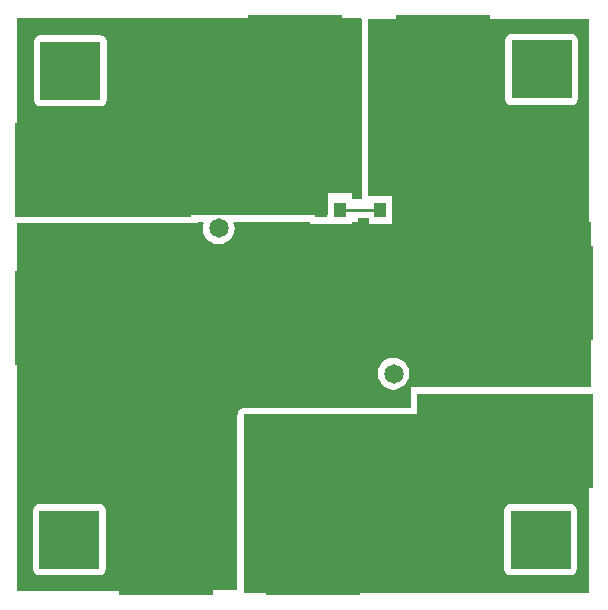
<source format=gtl>
G04 Layer_Physical_Order=1*
G04 Layer_Color=255*
%FSLAX23Y23*%
%MOIN*%
G70*
G01*
G75*
%ADD10R,0.039X0.051*%
%ADD11C,0.010*%
%ADD12R,0.201X0.197*%
%ADD13R,0.065X0.065*%
%ADD14C,0.065*%
%ADD15C,0.197*%
%ADD16R,0.315X0.591*%
%ADD17R,0.591X0.315*%
%ADD18C,0.079*%
%ADD19C,0.020*%
%ADD20C,0.025*%
G36*
X3740Y3335D02*
X3744D01*
Y2784D01*
X3144D01*
Y2713D01*
X2589D01*
X2587Y2713D01*
X2585D01*
X2583Y2713D01*
X2583D01*
X2581Y2712D01*
X2581Y2712D01*
X2581Y2712D01*
X2576Y2710D01*
X2573Y2707D01*
X2570Y2704D01*
X2568Y2699D01*
X2568Y2699D01*
X2568Y2698D01*
X2567Y2697D01*
Y2697D01*
X2567Y2695D01*
Y2693D01*
X2566Y2691D01*
Y2107D01*
X1836Y2103D01*
X1833Y2107D01*
Y3331D01*
X2435D01*
Y3335D01*
X2452D01*
X2455Y3330D01*
X2453Y3326D01*
X2451Y3313D01*
X2453Y3299D01*
X2458Y3286D01*
X2466Y3275D01*
X2477Y3267D01*
X2490Y3261D01*
X2504Y3260D01*
X2518Y3261D01*
X2530Y3267D01*
X2541Y3275D01*
X2550Y3286D01*
X2555Y3299D01*
X2557Y3313D01*
X2555Y3326D01*
X2553Y3330D01*
X2556Y3335D01*
X2807D01*
Y3328D01*
X2949D01*
Y3335D01*
X2969D01*
Y3349D01*
X3004D01*
Y3328D01*
X3083D01*
Y3420D01*
X3004D01*
X3002Y3424D01*
Y4011D01*
X3007Y4012D01*
X3740D01*
Y3335D01*
D02*
G37*
G36*
Y2689D02*
Y2098D01*
X3740Y2098D01*
X2587D01*
Y2691D01*
X2587Y2693D01*
X2589Y2693D01*
X3737D01*
X3740Y2689D01*
D02*
G37*
G36*
X2980Y4014D02*
X2982Y4011D01*
Y3411D01*
X2949D01*
Y3431D01*
X2870D01*
Y3358D01*
X1836Y3358D01*
X1833Y3362D01*
Y4016D01*
X2979Y4016D01*
X2980Y4014D01*
D02*
G37*
%LPC*%
G36*
X2106Y2394D02*
X1906D01*
X1898Y2393D01*
X1891Y2388D01*
X1887Y2382D01*
X1885Y2374D01*
Y2177D01*
X1887Y2169D01*
X1891Y2163D01*
X1898Y2158D01*
X1906Y2157D01*
X2106D01*
X2114Y2158D01*
X2121Y2163D01*
X2125Y2169D01*
X2127Y2177D01*
Y2374D01*
X2125Y2382D01*
X2121Y2388D01*
X2114Y2393D01*
X2106Y2394D01*
D02*
G37*
G36*
X3681Y3961D02*
X3480D01*
X3473Y3960D01*
X3466Y3955D01*
X3461Y3949D01*
X3460Y3941D01*
Y3744D01*
X3461Y3736D01*
X3466Y3730D01*
X3473Y3725D01*
X3480Y3724D01*
X3681D01*
X3689Y3725D01*
X3696Y3730D01*
X3700Y3736D01*
X3701Y3744D01*
Y3941D01*
X3700Y3949D01*
X3696Y3955D01*
X3689Y3960D01*
X3681Y3961D01*
D02*
G37*
G36*
X3677Y2394D02*
X3476D01*
X3469Y2393D01*
X3462Y2388D01*
X3458Y2382D01*
X3456Y2374D01*
Y2177D01*
X3458Y2169D01*
X3462Y2163D01*
X3469Y2158D01*
X3476Y2157D01*
X3677D01*
X3685Y2158D01*
X3692Y2163D01*
X3696Y2169D01*
X3698Y2177D01*
Y2374D01*
X3696Y2382D01*
X3692Y2388D01*
X3685Y2393D01*
X3677Y2394D01*
D02*
G37*
G36*
X2110Y3957D02*
X1909D01*
X1902Y3956D01*
X1895Y3951D01*
X1891Y3945D01*
X1889Y3937D01*
Y3740D01*
X1891Y3732D01*
X1895Y3726D01*
X1902Y3721D01*
X1909Y3720D01*
X2110D01*
X2118Y3721D01*
X2125Y3726D01*
X2129Y3732D01*
X2131Y3740D01*
Y3937D01*
X2129Y3945D01*
X2125Y3951D01*
X2118Y3956D01*
X2110Y3957D01*
D02*
G37*
G36*
X3087Y2882D02*
X3073Y2880D01*
X3060Y2875D01*
X3049Y2867D01*
X3041Y2856D01*
X3035Y2843D01*
X3034Y2829D01*
X3035Y2815D01*
X3041Y2803D01*
X3049Y2792D01*
X3060Y2783D01*
X3073Y2778D01*
X3087Y2776D01*
X3100Y2778D01*
X3113Y2783D01*
X3124Y2792D01*
X3132Y2803D01*
X3138Y2815D01*
X3140Y2829D01*
X3138Y2843D01*
X3132Y2856D01*
X3124Y2867D01*
X3113Y2875D01*
X3100Y2880D01*
X3087Y2882D01*
D02*
G37*
%LPD*%
D10*
X3043Y3374D02*
D03*
X3106D02*
D03*
X2909D02*
D03*
X2846D02*
D03*
D11*
X2909D02*
X3043D01*
D12*
X3581Y3843D02*
D03*
X2010Y3839D02*
D03*
X2006Y2276D02*
D03*
X3577D02*
D03*
D13*
X3087Y2929D02*
D03*
X2504Y3213D02*
D03*
D14*
X3087Y2829D02*
D03*
X2504Y3313D02*
D03*
X1878Y2516D02*
D03*
Y2594D02*
D03*
Y2673D02*
D03*
X3535Y3646D02*
D03*
Y3567D02*
D03*
Y3488D02*
D03*
Y3409D02*
D03*
Y3331D02*
D03*
X3618D02*
D03*
Y3409D02*
D03*
Y3488D02*
D03*
Y3567D02*
D03*
Y3646D02*
D03*
X3701Y3331D02*
D03*
Y3409D02*
D03*
Y3488D02*
D03*
Y3567D02*
D03*
Y3646D02*
D03*
X3118Y2354D02*
D03*
X3197D02*
D03*
X3276D02*
D03*
X3354D02*
D03*
X3118Y2276D02*
D03*
X3197D02*
D03*
X3276D02*
D03*
X3354D02*
D03*
Y2197D02*
D03*
X3276D02*
D03*
X3197D02*
D03*
X3118D02*
D03*
X2539Y3740D02*
D03*
Y3819D02*
D03*
Y3898D02*
D03*
X2488Y3980D02*
D03*
X2409D02*
D03*
X2331D02*
D03*
X2252D02*
D03*
X2173D02*
D03*
D15*
X2028Y2594D02*
D03*
X2366Y3811D02*
D03*
D16*
X2819Y2385D02*
D03*
X2327D02*
D03*
X2760Y3730D02*
D03*
X3252D02*
D03*
D17*
X3459Y2606D02*
D03*
Y3098D02*
D03*
X2119Y3508D02*
D03*
Y3016D02*
D03*
D18*
X3583Y2272D02*
D03*
X3583Y3839D02*
D03*
X2008D02*
D03*
X2008Y2273D02*
D03*
D19*
X2220Y2248D02*
D03*
Y2287D02*
D03*
Y2327D02*
D03*
Y2366D02*
D03*
Y2406D02*
D03*
Y2445D02*
D03*
Y2484D02*
D03*
Y2524D02*
D03*
X2437D02*
D03*
Y2484D02*
D03*
Y2445D02*
D03*
Y2406D02*
D03*
Y2366D02*
D03*
Y2327D02*
D03*
Y2287D02*
D03*
Y2248D02*
D03*
X2713D02*
D03*
Y2287D02*
D03*
Y2327D02*
D03*
Y2366D02*
D03*
Y2406D02*
D03*
Y2445D02*
D03*
Y2484D02*
D03*
Y2524D02*
D03*
X2929D02*
D03*
Y2484D02*
D03*
Y2445D02*
D03*
Y2406D02*
D03*
Y2366D02*
D03*
Y2327D02*
D03*
Y2287D02*
D03*
Y2248D02*
D03*
X3323Y3205D02*
D03*
X3362D02*
D03*
X3402D02*
D03*
X3441D02*
D03*
X3480D02*
D03*
X3520D02*
D03*
X3559D02*
D03*
X3598D02*
D03*
Y2988D02*
D03*
X3559D02*
D03*
X3520D02*
D03*
X3480D02*
D03*
X3441D02*
D03*
X3402D02*
D03*
X3362D02*
D03*
X3323D02*
D03*
Y2713D02*
D03*
X3362D02*
D03*
X3402D02*
D03*
X3441D02*
D03*
X3480D02*
D03*
X3520D02*
D03*
X3559D02*
D03*
X3598D02*
D03*
Y2496D02*
D03*
X3559D02*
D03*
X3520D02*
D03*
X3480D02*
D03*
X3441D02*
D03*
X3402D02*
D03*
X3362D02*
D03*
X3323D02*
D03*
X3358Y3866D02*
D03*
Y3827D02*
D03*
Y3787D02*
D03*
Y3748D02*
D03*
Y3709D02*
D03*
Y3669D02*
D03*
Y3630D02*
D03*
Y3591D02*
D03*
X3142D02*
D03*
Y3630D02*
D03*
Y3669D02*
D03*
Y3709D02*
D03*
Y3748D02*
D03*
Y3787D02*
D03*
Y3827D02*
D03*
Y3866D02*
D03*
X2866D02*
D03*
Y3827D02*
D03*
Y3787D02*
D03*
Y3748D02*
D03*
Y3709D02*
D03*
Y3669D02*
D03*
Y3630D02*
D03*
Y3591D02*
D03*
X2650D02*
D03*
Y3630D02*
D03*
Y3669D02*
D03*
Y3709D02*
D03*
Y3748D02*
D03*
Y3787D02*
D03*
Y3827D02*
D03*
Y3866D02*
D03*
X2256Y2909D02*
D03*
X2217D02*
D03*
X2177D02*
D03*
X2138D02*
D03*
X2098D02*
D03*
X2059D02*
D03*
X2020D02*
D03*
X1980D02*
D03*
Y3126D02*
D03*
X2020D02*
D03*
X2059D02*
D03*
X2098D02*
D03*
X2138D02*
D03*
X2177D02*
D03*
X2217D02*
D03*
X2256D02*
D03*
Y3402D02*
D03*
X2217D02*
D03*
X2177D02*
D03*
X2138D02*
D03*
X2098D02*
D03*
X2059D02*
D03*
X2020D02*
D03*
X1980D02*
D03*
Y3618D02*
D03*
X2020D02*
D03*
X2059D02*
D03*
X2098D02*
D03*
X2138D02*
D03*
X2177D02*
D03*
X2217D02*
D03*
X2256D02*
D03*
D20*
X2276Y2311D02*
D03*
X2327D02*
D03*
X2378D02*
D03*
Y2358D02*
D03*
X2327D02*
D03*
X2276D02*
D03*
X2378Y2406D02*
D03*
X2327D02*
D03*
X2276D02*
D03*
X2378Y2453D02*
D03*
X2327D02*
D03*
X2276D02*
D03*
Y2504D02*
D03*
X2327D02*
D03*
X2378D02*
D03*
Y2551D02*
D03*
X2327D02*
D03*
X2276D02*
D03*
X2378Y2598D02*
D03*
X2327D02*
D03*
X2276D02*
D03*
X2378Y2646D02*
D03*
X2327D02*
D03*
X2276D02*
D03*
Y2264D02*
D03*
X2327D02*
D03*
X2378D02*
D03*
X2276Y2217D02*
D03*
X2327D02*
D03*
X2378D02*
D03*
X2276Y2169D02*
D03*
X2327D02*
D03*
X2378D02*
D03*
Y2122D02*
D03*
X2327D02*
D03*
X2276D02*
D03*
X2768Y2311D02*
D03*
X2819D02*
D03*
X2870D02*
D03*
Y2358D02*
D03*
X2819D02*
D03*
X2768D02*
D03*
X2870Y2406D02*
D03*
X2819D02*
D03*
X2768D02*
D03*
X2870Y2453D02*
D03*
X2819D02*
D03*
X2768D02*
D03*
Y2504D02*
D03*
X2819D02*
D03*
X2870D02*
D03*
Y2551D02*
D03*
X2819D02*
D03*
X2768D02*
D03*
X2870Y2598D02*
D03*
X2819D02*
D03*
X2768D02*
D03*
X2870Y2646D02*
D03*
X2819D02*
D03*
X2768D02*
D03*
Y2264D02*
D03*
X2819D02*
D03*
X2870D02*
D03*
X2768Y2217D02*
D03*
X2819D02*
D03*
X2870D02*
D03*
X2768Y2169D02*
D03*
X2819D02*
D03*
X2870D02*
D03*
Y2122D02*
D03*
X2819D02*
D03*
X2768D02*
D03*
X3386Y3150D02*
D03*
Y3098D02*
D03*
Y3047D02*
D03*
X3433D02*
D03*
Y3098D02*
D03*
Y3150D02*
D03*
X3480Y3047D02*
D03*
Y3098D02*
D03*
Y3150D02*
D03*
X3528Y3047D02*
D03*
Y3098D02*
D03*
Y3150D02*
D03*
X3579D02*
D03*
Y3098D02*
D03*
Y3047D02*
D03*
X3626D02*
D03*
Y3098D02*
D03*
Y3150D02*
D03*
X3673Y3047D02*
D03*
Y3098D02*
D03*
Y3150D02*
D03*
X3720Y3047D02*
D03*
Y3098D02*
D03*
Y3150D02*
D03*
X3339D02*
D03*
Y3098D02*
D03*
Y3047D02*
D03*
X3291Y3150D02*
D03*
Y3098D02*
D03*
Y3047D02*
D03*
X3244Y3150D02*
D03*
Y3098D02*
D03*
Y3047D02*
D03*
X3197D02*
D03*
Y3098D02*
D03*
Y3150D02*
D03*
X3386Y2657D02*
D03*
Y2606D02*
D03*
Y2555D02*
D03*
X3433D02*
D03*
Y2606D02*
D03*
Y2657D02*
D03*
X3480Y2555D02*
D03*
Y2606D02*
D03*
Y2657D02*
D03*
X3528Y2555D02*
D03*
Y2606D02*
D03*
Y2657D02*
D03*
X3579D02*
D03*
Y2606D02*
D03*
Y2555D02*
D03*
X3626D02*
D03*
Y2606D02*
D03*
Y2657D02*
D03*
X3673Y2555D02*
D03*
Y2606D02*
D03*
Y2657D02*
D03*
X3720Y2555D02*
D03*
Y2606D02*
D03*
Y2657D02*
D03*
X3339D02*
D03*
Y2606D02*
D03*
Y2555D02*
D03*
X3291Y2657D02*
D03*
Y2606D02*
D03*
Y2555D02*
D03*
X3244Y2657D02*
D03*
Y2606D02*
D03*
Y2555D02*
D03*
X3197D02*
D03*
Y2606D02*
D03*
Y2657D02*
D03*
X3303Y3803D02*
D03*
X3252D02*
D03*
X3201D02*
D03*
Y3756D02*
D03*
X3252D02*
D03*
X3303D02*
D03*
X3201Y3709D02*
D03*
X3252D02*
D03*
X3303D02*
D03*
X3201Y3661D02*
D03*
X3252D02*
D03*
X3303D02*
D03*
Y3610D02*
D03*
X3252D02*
D03*
X3201D02*
D03*
Y3563D02*
D03*
X3252D02*
D03*
X3303D02*
D03*
X3201Y3516D02*
D03*
X3252D02*
D03*
X3303D02*
D03*
X3201Y3469D02*
D03*
X3252D02*
D03*
X3303D02*
D03*
Y3850D02*
D03*
X3252D02*
D03*
X3201D02*
D03*
X3303Y3898D02*
D03*
X3252D02*
D03*
X3201D02*
D03*
X3303Y3945D02*
D03*
X3252D02*
D03*
X3201D02*
D03*
Y3992D02*
D03*
X3252D02*
D03*
X3303D02*
D03*
X2811Y3803D02*
D03*
X2760D02*
D03*
X2709D02*
D03*
Y3756D02*
D03*
X2760D02*
D03*
X2811D02*
D03*
X2709Y3709D02*
D03*
X2760D02*
D03*
X2811D02*
D03*
X2709Y3661D02*
D03*
X2760D02*
D03*
X2811D02*
D03*
Y3610D02*
D03*
X2760D02*
D03*
X2709D02*
D03*
Y3563D02*
D03*
X2760D02*
D03*
X2811D02*
D03*
X2709Y3516D02*
D03*
X2760D02*
D03*
X2811D02*
D03*
X2709Y3469D02*
D03*
X2760D02*
D03*
X2811D02*
D03*
Y3850D02*
D03*
X2760D02*
D03*
X2709D02*
D03*
X2811Y3898D02*
D03*
X2760D02*
D03*
X2709D02*
D03*
X2811Y3945D02*
D03*
X2760D02*
D03*
X2709D02*
D03*
Y3992D02*
D03*
X2760D02*
D03*
X2811D02*
D03*
X2193Y2965D02*
D03*
Y3016D02*
D03*
Y3067D02*
D03*
X2146D02*
D03*
Y3016D02*
D03*
Y2965D02*
D03*
X2098Y3067D02*
D03*
Y3016D02*
D03*
Y2965D02*
D03*
X2051Y3067D02*
D03*
Y3016D02*
D03*
Y2965D02*
D03*
X2000D02*
D03*
Y3016D02*
D03*
Y3067D02*
D03*
X1953D02*
D03*
Y3016D02*
D03*
Y2965D02*
D03*
X1906Y3067D02*
D03*
Y3016D02*
D03*
Y2965D02*
D03*
X1858Y3067D02*
D03*
Y3016D02*
D03*
Y2965D02*
D03*
X2240D02*
D03*
Y3016D02*
D03*
Y3067D02*
D03*
X2287Y2965D02*
D03*
Y3016D02*
D03*
Y3067D02*
D03*
X2335Y2965D02*
D03*
Y3016D02*
D03*
Y3067D02*
D03*
X2382D02*
D03*
Y3016D02*
D03*
Y2965D02*
D03*
X2193Y3457D02*
D03*
Y3508D02*
D03*
Y3559D02*
D03*
X2146D02*
D03*
Y3508D02*
D03*
Y3457D02*
D03*
X2098Y3559D02*
D03*
Y3508D02*
D03*
Y3457D02*
D03*
X2051Y3559D02*
D03*
Y3508D02*
D03*
Y3457D02*
D03*
X2000D02*
D03*
Y3508D02*
D03*
Y3559D02*
D03*
X1953D02*
D03*
Y3508D02*
D03*
Y3457D02*
D03*
X1906Y3559D02*
D03*
Y3508D02*
D03*
Y3457D02*
D03*
X1858Y3559D02*
D03*
Y3508D02*
D03*
Y3457D02*
D03*
X2240D02*
D03*
Y3508D02*
D03*
Y3559D02*
D03*
X2287Y3457D02*
D03*
Y3508D02*
D03*
Y3559D02*
D03*
X2335Y3457D02*
D03*
Y3508D02*
D03*
Y3559D02*
D03*
X2382D02*
D03*
Y3508D02*
D03*
Y3457D02*
D03*
M02*

</source>
